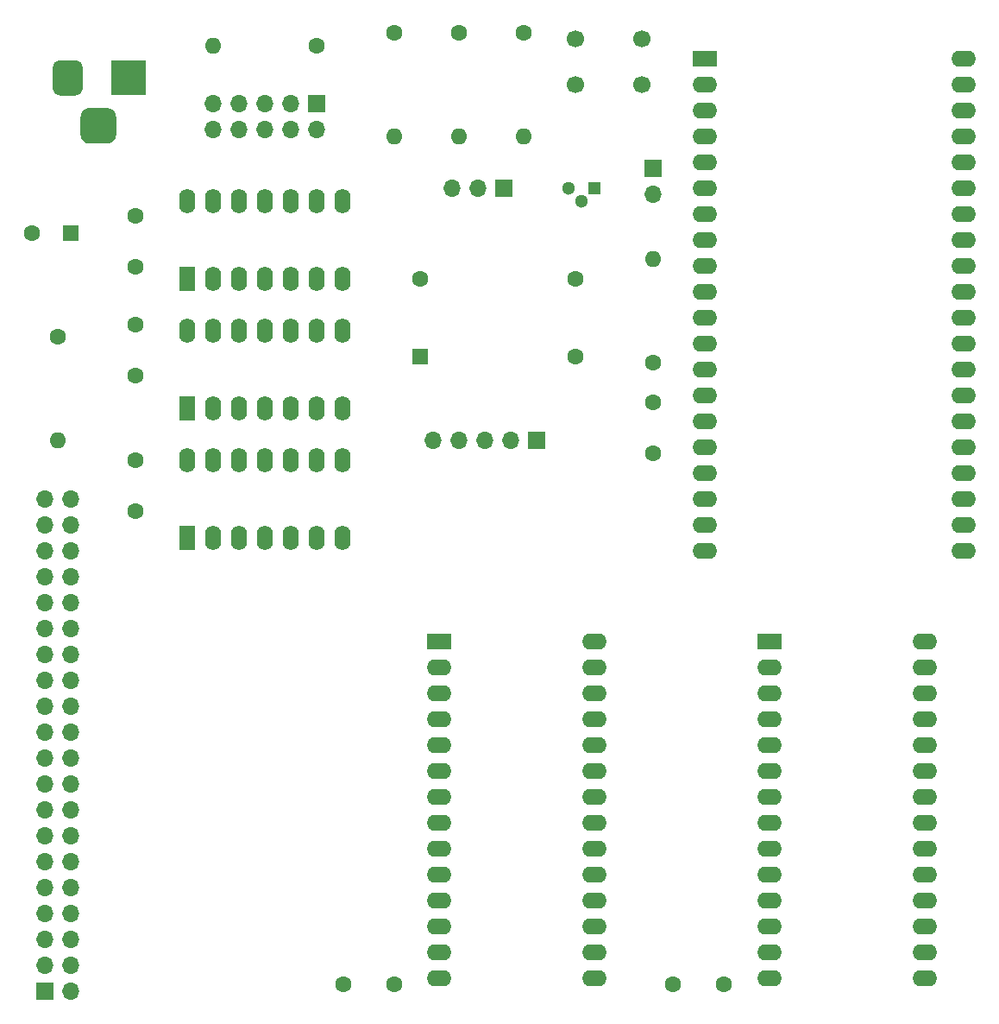
<source format=gts>
G04 #@! TF.GenerationSoftware,KiCad,Pcbnew,(5.1.9-0-10_14)*
G04 #@! TF.CreationDate,2022-09-06T13:19:47-05:00*
G04 #@! TF.ProjectId,My6502,4d793635-3032-42e6-9b69-6361645f7063,rev?*
G04 #@! TF.SameCoordinates,Original*
G04 #@! TF.FileFunction,Soldermask,Top*
G04 #@! TF.FilePolarity,Negative*
%FSLAX46Y46*%
G04 Gerber Fmt 4.6, Leading zero omitted, Abs format (unit mm)*
G04 Created by KiCad (PCBNEW (5.1.9-0-10_14)) date 2022-09-06 13:19:47*
%MOMM*%
%LPD*%
G01*
G04 APERTURE LIST*
%ADD10R,2.400000X1.600000*%
%ADD11O,2.400000X1.600000*%
%ADD12R,1.600000X1.600000*%
%ADD13C,1.600000*%
%ADD14R,1.700000X1.700000*%
%ADD15O,1.700000X1.700000*%
%ADD16R,3.500000X3.500000*%
%ADD17O,1.600000X1.600000*%
%ADD18C,1.700000*%
%ADD19R,1.600000X2.400000*%
%ADD20O,1.600000X2.400000*%
%ADD21C,1.300000*%
%ADD22R,1.300000X1.300000*%
G04 APERTURE END LIST*
D10*
X107950000Y-112395000D03*
D11*
X123190000Y-145415000D03*
X107950000Y-114935000D03*
X123190000Y-142875000D03*
X107950000Y-117475000D03*
X123190000Y-140335000D03*
X107950000Y-120015000D03*
X123190000Y-137795000D03*
X107950000Y-122555000D03*
X123190000Y-135255000D03*
X107950000Y-125095000D03*
X123190000Y-132715000D03*
X107950000Y-127635000D03*
X123190000Y-130175000D03*
X107950000Y-130175000D03*
X123190000Y-127635000D03*
X107950000Y-132715000D03*
X123190000Y-125095000D03*
X107950000Y-135255000D03*
X123190000Y-122555000D03*
X107950000Y-137795000D03*
X123190000Y-120015000D03*
X107950000Y-140335000D03*
X123190000Y-117475000D03*
X107950000Y-142875000D03*
X123190000Y-114935000D03*
X107950000Y-145415000D03*
X123190000Y-112395000D03*
D12*
X39370000Y-72390000D03*
D13*
X35570000Y-72390000D03*
X96520000Y-88980000D03*
X96520000Y-93980000D03*
X103505000Y-146050000D03*
X98505000Y-146050000D03*
X45720000Y-99615000D03*
X45720000Y-94615000D03*
X45720000Y-81360000D03*
X45720000Y-86360000D03*
X66120000Y-146050000D03*
X71120000Y-146050000D03*
X45720000Y-70645000D03*
X45720000Y-75645000D03*
D14*
X85090000Y-92710000D03*
D15*
X82550000Y-92710000D03*
X80010000Y-92710000D03*
X77470000Y-92710000D03*
X74930000Y-92710000D03*
D14*
X81915000Y-67945000D03*
D15*
X79375000Y-67945000D03*
X76835000Y-67945000D03*
D16*
X45085000Y-57150000D03*
G36*
G01*
X37585000Y-58150000D02*
X37585000Y-56150000D01*
G75*
G02*
X38335000Y-55400000I750000J0D01*
G01*
X39835000Y-55400000D01*
G75*
G02*
X40585000Y-56150000I0J-750000D01*
G01*
X40585000Y-58150000D01*
G75*
G02*
X39835000Y-58900000I-750000J0D01*
G01*
X38335000Y-58900000D01*
G75*
G02*
X37585000Y-58150000I0J750000D01*
G01*
G37*
G36*
G01*
X40335000Y-62725000D02*
X40335000Y-60975000D01*
G75*
G02*
X41210000Y-60100000I875000J0D01*
G01*
X42960000Y-60100000D01*
G75*
G02*
X43835000Y-60975000I0J-875000D01*
G01*
X43835000Y-62725000D01*
G75*
G02*
X42960000Y-63600000I-875000J0D01*
G01*
X41210000Y-63600000D01*
G75*
G02*
X40335000Y-62725000I0J875000D01*
G01*
G37*
D14*
X36830000Y-146685000D03*
D15*
X39370000Y-146685000D03*
X36830000Y-144145000D03*
X39370000Y-144145000D03*
X36830000Y-141605000D03*
X39370000Y-141605000D03*
X36830000Y-139065000D03*
X39370000Y-139065000D03*
X36830000Y-136525000D03*
X39370000Y-136525000D03*
X36830000Y-133985000D03*
X39370000Y-133985000D03*
X36830000Y-131445000D03*
X39370000Y-131445000D03*
X36830000Y-128905000D03*
X39370000Y-128905000D03*
X36830000Y-126365000D03*
X39370000Y-126365000D03*
X36830000Y-123825000D03*
X39370000Y-123825000D03*
X36830000Y-121285000D03*
X39370000Y-121285000D03*
X36830000Y-118745000D03*
X39370000Y-118745000D03*
X36830000Y-116205000D03*
X39370000Y-116205000D03*
X36830000Y-113665000D03*
X39370000Y-113665000D03*
X36830000Y-111125000D03*
X39370000Y-111125000D03*
X36830000Y-108585000D03*
X39370000Y-108585000D03*
X36830000Y-106045000D03*
X39370000Y-106045000D03*
X36830000Y-103505000D03*
X39370000Y-103505000D03*
X36830000Y-100965000D03*
X39370000Y-100965000D03*
X36830000Y-98425000D03*
X39370000Y-98425000D03*
D14*
X63500000Y-59690000D03*
D15*
X63500000Y-62230000D03*
X60960000Y-59690000D03*
X60960000Y-62230000D03*
X58420000Y-59690000D03*
X58420000Y-62230000D03*
X55880000Y-59690000D03*
X55880000Y-62230000D03*
X53340000Y-59690000D03*
X53340000Y-62230000D03*
D14*
X96520000Y-66040000D03*
D15*
X96520000Y-68580000D03*
D17*
X38100000Y-92710000D03*
D13*
X38100000Y-82550000D03*
X71120000Y-52705000D03*
D17*
X71120000Y-62865000D03*
D13*
X96520000Y-85090000D03*
D17*
X96520000Y-74930000D03*
X77470000Y-62865000D03*
D13*
X77470000Y-52705000D03*
X83820000Y-52705000D03*
D17*
X83820000Y-62865000D03*
X53340000Y-53975000D03*
D13*
X63500000Y-53975000D03*
D18*
X95400000Y-57840000D03*
X88900000Y-57840000D03*
X95400000Y-53340000D03*
X88900000Y-53340000D03*
D11*
X90805000Y-112395000D03*
X75565000Y-145415000D03*
X90805000Y-114935000D03*
X75565000Y-142875000D03*
X90805000Y-117475000D03*
X75565000Y-140335000D03*
X90805000Y-120015000D03*
X75565000Y-137795000D03*
X90805000Y-122555000D03*
X75565000Y-135255000D03*
X90805000Y-125095000D03*
X75565000Y-132715000D03*
X90805000Y-127635000D03*
X75565000Y-130175000D03*
X90805000Y-130175000D03*
X75565000Y-127635000D03*
X90805000Y-132715000D03*
X75565000Y-125095000D03*
X90805000Y-135255000D03*
X75565000Y-122555000D03*
X90805000Y-137795000D03*
X75565000Y-120015000D03*
X90805000Y-140335000D03*
X75565000Y-117475000D03*
X90805000Y-142875000D03*
X75565000Y-114935000D03*
X90805000Y-145415000D03*
D10*
X75565000Y-112395000D03*
X101600000Y-55245000D03*
D11*
X127000000Y-103505000D03*
X101600000Y-57785000D03*
X127000000Y-100965000D03*
X101600000Y-60325000D03*
X127000000Y-98425000D03*
X101600000Y-62865000D03*
X127000000Y-95885000D03*
X101600000Y-65405000D03*
X127000000Y-93345000D03*
X101600000Y-67945000D03*
X127000000Y-90805000D03*
X101600000Y-70485000D03*
X127000000Y-88265000D03*
X101600000Y-73025000D03*
X127000000Y-85725000D03*
X101600000Y-75565000D03*
X127000000Y-83185000D03*
X101600000Y-78105000D03*
X127000000Y-80645000D03*
X101600000Y-80645000D03*
X127000000Y-78105000D03*
X101600000Y-83185000D03*
X127000000Y-75565000D03*
X101600000Y-85725000D03*
X127000000Y-73025000D03*
X101600000Y-88265000D03*
X127000000Y-70485000D03*
X101600000Y-90805000D03*
X127000000Y-67945000D03*
X101600000Y-93345000D03*
X127000000Y-65405000D03*
X101600000Y-95885000D03*
X127000000Y-62865000D03*
X101600000Y-98425000D03*
X127000000Y-60325000D03*
X101600000Y-100965000D03*
X127000000Y-57785000D03*
X101600000Y-103505000D03*
X127000000Y-55245000D03*
D19*
X50800000Y-102235000D03*
D20*
X66040000Y-94615000D03*
X53340000Y-102235000D03*
X63500000Y-94615000D03*
X55880000Y-102235000D03*
X60960000Y-94615000D03*
X58420000Y-102235000D03*
X58420000Y-94615000D03*
X60960000Y-102235000D03*
X55880000Y-94615000D03*
X63500000Y-102235000D03*
X53340000Y-94615000D03*
X66040000Y-102235000D03*
X50800000Y-94615000D03*
X50800000Y-81915000D03*
X66040000Y-89535000D03*
X53340000Y-81915000D03*
X63500000Y-89535000D03*
X55880000Y-81915000D03*
X60960000Y-89535000D03*
X58420000Y-81915000D03*
X58420000Y-89535000D03*
X60960000Y-81915000D03*
X55880000Y-89535000D03*
X63500000Y-81915000D03*
X53340000Y-89535000D03*
X66040000Y-81915000D03*
D19*
X50800000Y-89535000D03*
D21*
X89535000Y-69215000D03*
X88265000Y-67945000D03*
D22*
X90805000Y-67945000D03*
D19*
X50800000Y-76835000D03*
D20*
X66040000Y-69215000D03*
X53340000Y-76835000D03*
X63500000Y-69215000D03*
X55880000Y-76835000D03*
X60960000Y-69215000D03*
X58420000Y-76835000D03*
X58420000Y-69215000D03*
X60960000Y-76835000D03*
X55880000Y-69215000D03*
X63500000Y-76835000D03*
X53340000Y-69215000D03*
X66040000Y-76835000D03*
X50800000Y-69215000D03*
D12*
X73660000Y-84455000D03*
D13*
X73660000Y-76835000D03*
X88900000Y-76835000D03*
X88900000Y-84455000D03*
M02*

</source>
